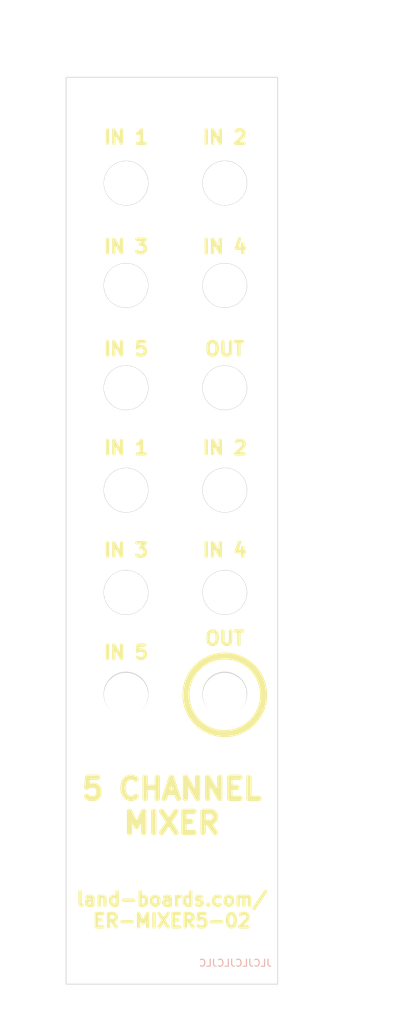
<source format=kicad_pcb>
(kicad_pcb (version 20221018) (generator pcbnew)
  (title_block (title "SYNTH-MIXER6-01") (date "2022-09-30") (rev "1") (company "LAND BOARDS, LLC"))
  (layers (0 "F.Cu" signal) (31 "B.Cu" signal) (34 "B.Paste" user) (35 "F.Paste" user) (36 "B.SilkS" user "B.Silkscreen") (37 "F.SilkS" user "F.Silkscreen") (38 "B.Mask" user) (39 "F.Mask" user) (44 "Edge.Cuts" user))
  (net 0 "")
  (footprint "" (layer "F.Cu") (at 22.5 87.5)
    (fp_text reference "" (at 0 0) (layer "F.SilkS") (effects (font (size 1.27 1.27))))
    (fp_text value "" (at 0 0) (layer "F.SilkS") (effects (font (size 1.27 1.27))))
    (pad "" np_thru_hole circle (at 0 0) (size 6.2 6.2) (drill 6.2) (layers "F&B.Cu" "*.Mask"))
  )
  (footprint "" (layer "F.Cu") (at 8.5 73)
    (fp_text reference "" (at 0 0) (layer "F.SilkS") (effects (font (size 1.27 1.27))))
    (fp_text value "" (at 0 0) (layer "F.SilkS") (effects (font (size 1.27 1.27))))
    (pad "" np_thru_hole circle (at -0.000004 0) (size 6.2 6.2) (drill 6.2) (layers "F&B.Cu" "*.Mask"))
  )
  (footprint "" (layer "F.Cu") (at 22.500004 44)
    (fp_text reference "" (at 0 0) (layer "F.SilkS") (effects (font (size 1.27 1.27))))
    (fp_text value "" (at 0 0) (layer "F.SilkS") (effects (font (size 1.27 1.27))))
    (pad "" np_thru_hole circle (at -0.000004 0) (size 6.2 6.2) (drill 6.2) (layers "F&B.Cu" "*.Mask"))
  )
  (footprint "" (layer "F.Cu") (at 8.5 44)
    (fp_text reference "" (at 0 0) (layer "F.SilkS") (effects (font (size 1.27 1.27))))
    (fp_text value "" (at 0 0) (layer "F.SilkS") (effects (font (size 1.27 1.27))))
    (pad "" np_thru_hole circle (at -0.000004 0) (size 6.2 6.2) (drill 6.2) (layers "F&B.Cu" "*.Mask"))
  )
  (footprint "" (layer "F.Cu") (at 8.5 58.5)
    (fp_text reference "" (at 0 0) (layer "F.SilkS") (effects (font (size 1.27 1.27))))
    (fp_text value "" (at 0 0) (layer "F.SilkS") (effects (font (size 1.27 1.27))))
    (pad "" np_thru_hole circle (at 0 0) (size 6.2 6.2) (drill 6.2) (layers "F&B.Cu" "*.Mask"))
  )
  (footprint "" (layer "F.Cu") (at 8.5 87.5)
    (fp_text reference "" (at 0 0) (layer "F.SilkS") (effects (font (size 1.27 1.27))))
    (fp_text value "" (at 0 0) (layer "F.SilkS") (effects (font (size 1.27 1.27))))
    (pad "" np_thru_hole circle (at -0.000004 0) (size 6.2 6.2) (drill 6.2) (layers "F&B.Cu" "*.Mask"))
  )
  (footprint "" (layer "F.Cu") (at 11 3)
    (fp_text reference "" (at 0 0) (layer "F.SilkS") (effects (font (size 1.27 1.27))))
    (fp_text value "" (at 0 0) (layer "F.SilkS") (effects (font (size 1.27 1.27))))
    (pad "" np_thru_hole oval (at -0.000004 0) (size 12 3.2) (drill oval 12 3.2) (layers "F&B.Cu" "*.Mask"))
    (pad "" np_thru_hole oval (at -0.000004 0) (size 12 3.2) (drill oval 12 3.2) (layers "F&B.Cu" "*.Mask"))
    (pad "" np_thru_hole oval (at -0.000004 0) (size 12 3.2) (drill oval 12 3.2) (layers "F&B.Cu" "*.Mask"))
  )
  (footprint "" (layer "F.Cu") (at 12.000004 125.5)
    (fp_text reference "" (at 0 0) (layer "F.SilkS") (effects (font (size 1.27 1.27))))
    (fp_text value "" (at 0 0) (layer "F.SilkS") (effects (font (size 1.27 1.27))))
    (pad "" np_thru_hole oval (at -1.000004 0) (size 12 3.2) (drill oval 12 3.2) (layers "F&B.Cu" "*.Mask"))
    (pad "" np_thru_hole oval (at -1.000004 0) (size 12 3.2) (drill oval 12 3.2) (layers "F&B.Cu" "*.Mask"))
    (pad "" np_thru_hole oval (at -1.000004 0) (size 12 3.2) (drill oval 12 3.2) (layers "F&B.Cu" "*.Mask"))
  )
  (footprint "" (layer "F.Cu") (at 8.5 15)
    (fp_text reference "" (at 0 0) (layer "F.SilkS") (effects (font (size 1.27 1.27))))
    (fp_text value "" (at 0 0) (layer "F.SilkS") (effects (font (size 1.27 1.27))))
    (pad "" np_thru_hole circle (at -0.000004 0) (size 6.2 6.2) (drill 6.2) (layers "F&B.Cu" "*.Mask"))
  )
  (footprint "" (layer "F.Cu") (at 8.5 29.5)
    (fp_text reference "" (at 0 0) (layer "F.SilkS") (effects (font (size 1.27 1.27))))
    (fp_text value "" (at 0 0) (layer "F.SilkS") (effects (font (size 1.27 1.27))))
    (pad "" np_thru_hole circle (at 0 0) (size 6.2 6.2) (drill 6.2) (layers "F&B.Cu" "*.Mask"))
  )
  (footprint "" (layer "F.Cu") (at 22.5 29.5)
    (fp_text reference "" (at 0 0) (layer "F.SilkS") (effects (font (size 1.27 1.27))))
    (fp_text value "" (at 0 0) (layer "F.SilkS") (effects (font (size 1.27 1.27))))
    (pad "" np_thru_hole circle (at -0.000004 0) (size 6.2 6.2) (drill 6.2) (layers "F&B.Cu" "*.Mask"))
  )
  (footprint "" (layer "F.Cu") (at 22.5 58.5)
    (fp_text reference "" (at 0 0) (layer "F.SilkS") (effects (font (size 1.27 1.27))))
    (fp_text value "" (at 0 0) (layer "F.SilkS") (effects (font (size 1.27 1.27))))
    (pad "" np_thru_hole circle (at -0.000004 0) (size 6.2 6.2) (drill 6.2) (layers "F&B.Cu" "*.Mask"))
  )
  (footprint "" (layer "F.Cu") (at 22.5 73)
    (fp_text reference "" (at 0 0) (layer "F.SilkS") (effects (font (size 1.27 1.27))))
    (fp_text value "" (at 0 0) (layer "F.SilkS") (effects (font (size 1.27 1.27))))
    (pad "" np_thru_hole circle (at -0.000004 0) (size 6.2 6.2) (drill 6.2) (layers "F&B.Cu" "*.Mask"))
  )
  (footprint "" (layer "F.Cu") (at 22.5 15)
    (fp_text reference "" (at 0 0) (layer "F.SilkS") (effects (font (size 1.27 1.27))))
    (fp_text value "" (at 0 0) (layer "F.SilkS") (effects (font (size 1.27 1.27))))
    (pad "" np_thru_hole circle (at -0.000004 0) (size 6.2 6.2) (drill 6.2) (layers "F&B.Cu" "*.Mask"))
  )
  (gr_arc (start 22.500004 82) (mid 28.000004 87.5) (end 22.500004 93) (stroke (width 1)) (layer "F.SilkS"))
  (gr_arc (start 22.500004 93) (mid 17.000004 87.5) (end 22.500004 82) (stroke (width 1)) (layer "F.SilkS"))
  (gr_circle (center 8.500004 29.5) (end 11.600004 29.5) (stroke (width 0.15)) (fill none) (layer "Edge.Cuts"))
  (gr_circle (center 22.500004 58.5) (end 25.600004 58.5) (stroke (width 0.15)) (fill none) (layer "Edge.Cuts"))
  (gr_circle (center 8.500004 87.4) (end 11.600004 87.4) (stroke (width 0.15)) (fill none) (layer "Edge.Cuts"))
  (gr_circle (center 8.500004 58.5) (end 11.600004 58.5) (stroke (width 0.15)) (fill none) (layer "Edge.Cuts"))
  (gr_circle (center 22.5 14.99) (end 25.6 14.99) (stroke (width 0.15)) (fill none) (layer "Edge.Cuts"))
  (gr_circle (center 8.500004 73) (end 11.600004 73) (stroke (width 0.15)) (fill none) (layer "Edge.Cuts"))
  (gr_circle (center 22.500004 87.4) (end 25.600004 87.4) (stroke (width 0.15)) (fill none) (layer "Edge.Cuts"))
  (gr_circle (center 8.500004 44) (end 11.600004 44) (stroke (width 0.15)) (fill none) (layer "Edge.Cuts"))
  (gr_circle (center 22.500004 29.5) (end 25.600004 29.5) (stroke (width 0.15)) (fill none) (layer "Edge.Cuts"))
  (gr_rect (start 0 0) (end 30 128.5) (stroke (width 0.1)) (fill none) (layer "Edge.Cuts"))
  (gr_circle (center 8.510004 15) (end 11.610004 15) (stroke (width 0.15)) (fill none) (layer "Edge.Cuts"))
  (gr_circle (center 22.500004 44) (end 25.600004 44) (stroke (width 0.15)) (fill none) (layer "Edge.Cuts"))
  (gr_circle (center 22.500004 73) (end 25.600004 73) (stroke (width 0.15)) (fill none) (layer "Edge.Cuts"))
  (gr_text "JLCJLCJLCJLC" (at 24.000004 125.5) (layer "B.SilkS") (effects (font (size 1 1)) (justify mirror)))
  (gr_text "IN 3" (at 8.5 67) (layer "F.SilkS") (effects (font (size 1.905 1.905) (thickness 0.47625))))
  (gr_text "OUT" (at 22.5 38.5) (layer "F.SilkS") (effects (font (size 1.905 1.905) (thickness 0.47625))))
  (gr_text "5 CHANNEL\nMIXER" (at 15 103.25) (layer "F.SilkS") (effects (font (size 3 3) (thickness 0.75))))
  (gr_text "IN 4" (at 22.5 24) (layer "F.SilkS") (effects (font (size 1.905 1.905) (thickness 0.47625))))
  (gr_text "land-boards.com/\nER-MIXER5-02" (at 15 118) (layer "F.SilkS") (effects (font (size 1.905 1.905) (thickness 0.47625))))
  (gr_text "IN 1" (at 8.5 8.5) (layer "F.SilkS") (effects (font (size 1.905 1.905) (thickness 0.47625))))
  (gr_text "IN 3" (at 8.5 24) (layer "F.SilkS") (effects (font (size 1.905 1.905) (thickness 0.47625))))
  (gr_text "IN 1" (at 8.5 52.5) (layer "F.SilkS") (effects (font (size 1.905 1.905) (thickness 0.47625))))
  (gr_text "IN 5" (at 8.5 38.5) (layer "F.SilkS") (effects (font (size 1.905 1.905) (thickness 0.47625))))
  (gr_text "OUT" (at 22.5 79.5) (layer "F.SilkS") (effects (font (size 1.905 1.905) (thickness 0.47625))))
  (gr_text "IN 4" (at 22.5 67) (layer "F.SilkS") (effects (font (size 1.905 1.905) (thickness 0.47625))))
  (gr_text "IN 2" (at 22.5 8.5) (layer "F.SilkS") (effects (font (size 1.905 1.905) (thickness 0.47625))))
  (gr_text "IN 5" (at 8.5 81.5) (layer "F.SilkS") (effects (font (size 1.905 1.905) (thickness 0.47625))))
  (gr_text "IN 2" (at 22.5 52.5) (layer "F.SilkS") (effects (font (size 1.905 1.905) (thickness 0.47625))))
)
</source>
